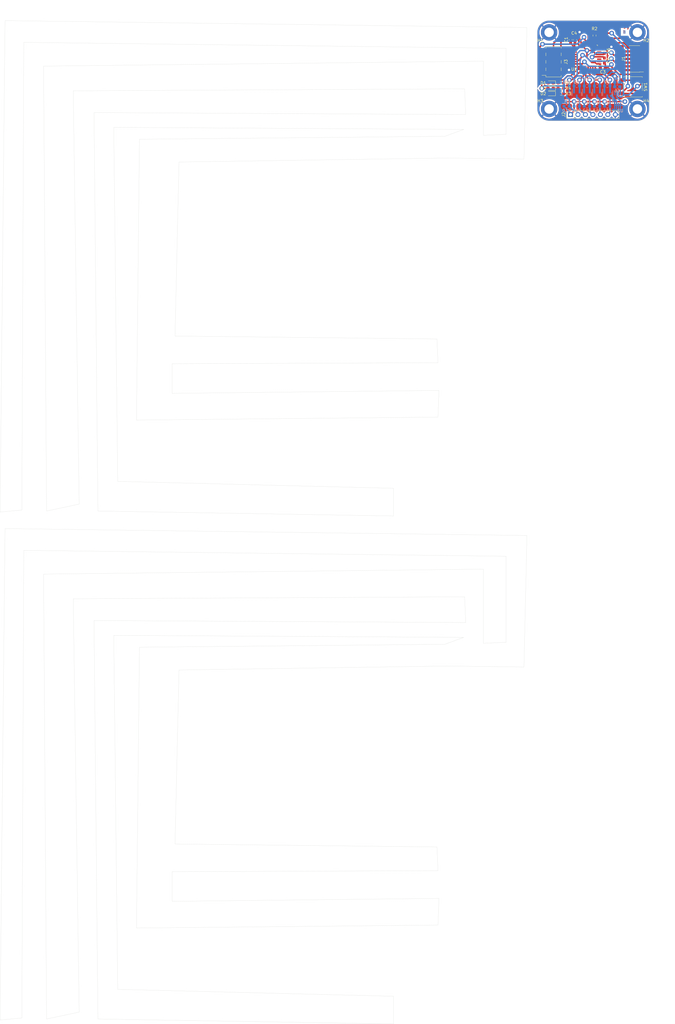
<source format=kicad_pcb>
(kicad_pcb (version 20221018) (generator pcbnew)
  (layers (0 "F.Cu" signal) (31 "B.Cu" signal) (34 "B.Paste" user) (35 "F.Paste" user) (36 "B.SilkS" user "B.Silkscreen") (37 "F.SilkS" user "F.Silkscreen") (38 "B.Mask" user) (39 "F.Mask" user) (44 "Edge.Cuts" user))
  (net 0 "")
  (net 1 "+5V-v2-")
  (net 2 "GND-v2-")
  (net 3 "+3.3V-v2-")
  (net 4 "Net-(D1-K)-v2-")
  (net 6 "Net-(D3-K)-v2-")
  (net 7 "Status_LED-v2-")
  (net 8 "Data_Clock_SNES-v2-")
  (net 9 "Data_Latch_SNES-v2-")
  (net 10 "Net-(D2-K)-v2-")
  (net 11 "Serial_Data1_SNES-v2-")
  (net 12 "Serial_Data2_SNES-v2-")
  (net 13 "SPI_Chip_Select-v2-")
  (net 14 "Chip_Enable-v2-")
  (net 15 "SPI_Digital_Input-v2-")
  (net 16 "SPI_Clock-v2-")
  (net 17 "SPI_Digital_Output-v2-")
  (net 18 "IOBit_SNES-v2-")
  (net 19 "Data_Clock_STM32-v2-")
  (net 20 "Data_Latch_STM32-v2-")
  (net 21 "Appairing_Btn-v2-")
  (net 22 "Net-(U2-BP)-v2-")
  (net 23 "SWDIO-v2-")
  (net 24 "SWDCK-v2-")
  (net 27 "NRST-v2-")
  (net 28 "USART2_RX-v2-")
  (net 29 "USART2_TX-v2-")
  (net 30 "Serial_Data1_STM32-v2-")
  (net 31 "IOBit_STM32-v2-")
  (net 32 "Serial_Data2_STM32-v2-")
  (footprint "Resistor_SMD:R_0603_1608Metric_Pad0.98x0.95mm_HandSolder" (layer "F.Cu") (at 191.76875 24.25)
    (fp_text reference "R4")
    (fp_text value "1k")
  )
  (footprint "Capacitor_SMD:C_0603_1608Metric_Pad1.08x0.95mm_HandSolder" (layer "F.Cu") (at 206.51 11.5 90)
    (fp_text reference "C5")
    (fp_text value "100n")
  )
  (footprint "Connector_PinSocket_2.54mm:PinSocket_2x04_P2.54mm_Vertical_SMD" (layer "F.Cu") (at 189.25 15.25 180)
    (fp_text reference "J3")
    (fp_text value "Conn_01x08_Socket")
  )
  (footprint "Diode_SMD:D_0603_1608Metric_Pad1.05x0.95mm_HandSolder" (layer "F.Cu") (at 188.26875 24.25 180)
    (fp_text reference "D3")
    (fp_text value "LED")
  )
  (footprint "Resistor_SMD:R_0603_1608Metric_Pad0.98x0.95mm_HandSolder" (layer "F.Cu") (at 203.17 6.32 90)
    (fp_text reference "R2")
    (fp_text value "10k")
  )
  (footprint "MountingHole:MountingHole_3.2mm_M3_DIN965_Pad" (layer "F.Cu") (at 217.75 31.25)
    (fp_text reference "H4")
    (fp_text value "MountingHole_Pad")
  )
  (footprint "Capacitor_SMD:C_0603_1608Metric_Pad1.08x0.95mm_HandSolder" (layer "F.Cu") (at 206.51 14.8025 90)
    (fp_text reference "C2")
    (fp_text value "100n")
  )
  (footprint "Capacitor_SMD:C_0603_1608Metric_Pad1.08x0.95mm_HandSolder" (layer "F.Cu") (at 196.55 7.75 90)
    (fp_text reference "C4")
    (fp_text value "100n")
  )
  (footprint "MountingHole:MountingHole_3.2mm_M3_DIN965_Pad" (layer "F.Cu") (at 187.75 31.25)
    (fp_text reference "H3")
    (fp_text value "MountingHole_Pad")
  )
  (footprint "Diode_SMD:D_0603_1608Metric_Pad1.05x0.95mm_HandSolder" (layer "F.Cu") (at 188.26875 22.45 180)
    (fp_text reference "D1")
    (fp_text value "LED_Small")
  )
  (footprint "Capacitor_SMD:C_0603_1608Metric_Pad1.08x0.95mm_HandSolder" (layer "F.Cu") (at 195.05 7.75 90)
    (fp_text reference "C1")
    (fp_text value "10u")
  )
  (footprint "Resistor_SMD:R_0603_1608Metric_Pad0.98x0.95mm_HandSolder" (layer "F.Cu") (at 191.76875 26.05)
    (fp_text reference "R3")
    (fp_text value "1k")
  )
  (footprint "Button_Switch_SMD:SW_SPST_B3S-1000" (layer "F.Cu") (at 216.25 23.75 180)
    (fp_text reference "SW1")
    (fp_text value "SW_SPST")
  )
  (footprint "MountingHole:MountingHole_3.2mm_M3_DIN965_Pad" (layer "F.Cu") (at 217.75 5.25)
    (fp_text reference "H2")
    (fp_text value "MountingHole_Pad")
  )
  (footprint "Connector_PinHeader_2.54mm:PinHeader_1x07_P2.54mm_Vertical" (layer "F.Cu") (at 195 33.15 90)
    (fp_text reference "J2")
    (fp_text value "Conn_01x07_Socket")
  )
  (footprint "Package_QFP:LQFP-32_7x7mm_P0.8mm" (layer "F.Cu") (at 200.6 13.15 180)
    (fp_text reference "U1")
    (fp_text value "STM32L412KBTx")
  )
  (footprint "Resistor_SMD:R_0603_1608Metric_Pad0.98x0.95mm_HandSolder" (layer "F.Cu") (at 191.76875 22.45)
    (fp_text reference "R1")
    (fp_text value "1k")
  )
  (footprint "Connector_PinHeader_1.27mm:PinHeader_2x07_P1.27mm_Vertical_SMD" (layer "F.Cu") (at 216.75 14.25 180)
    (fp_text reference "J1")
    (fp_text value "Conn_02x07_Odd_Even")
  )
  (footprint "Capacitor_SMD:C_0603_1608Metric_Pad1.08x0.95mm_HandSolder" (layer "F.Cu") (at 206.0025 17.19)
    (fp_text reference "C3")
    (fp_text value "100n")
  )
  (footprint "Diode_SMD:D_0603_1608Metric_Pad1.05x0.95mm_HandSolder" (layer "F.Cu") (at 188.26875 26.05 180)
    (fp_text reference "D2")
    (fp_text value "LED_Small")
  )
  (footprint "MountingHole:MountingHole_3.2mm_M3_DIN965_Pad" (layer "F.Cu") (at 187.75 5.25)
    (fp_text reference "H1")
    (fp_text value "MountingHole_Pad")
  )
  (footprint "Resistor_SMD:R_0603_1608Metric_Pad0.98x0.95mm_HandSolder" (layer "B.Cu") (at 207.5 30.35)
    (fp_text reference "R14")
    (fp_text value "10k")
  )
  (footprint "Resistor_SMD:R_0603_1608Metric_Pad0.98x0.95mm_HandSolder" (layer "B.Cu") (at 204.05 30.35)
    (fp_text reference "R13")
    (fp_text value "10k")
  )
  (footprint "Resistor_SMD:R_0603_1608Metric_Pad0.98x0.95mm_HandSolder" (layer "B.Cu") (at 197.15 30.35)
    (fp_text reference "R11")
    (fp_text value "10k")
  )
  (footprint "Resistor_SMD:R_0603_1608Metric_Pad0.98x0.95mm_HandSolder" (layer "B.Cu") (at 197.15 23.45)
    (fp_text reference "R6")
    (fp_text value "10k")
  )
  (footprint "Capacitor_SMD:C_0603_1608Metric_Pad1.08x0.95mm_HandSolder" (layer "B.Cu") (at 210.9 22.2 180)
    (fp_text reference "C7")
    (fp_text value "2.2u")
  )
  (footprint "Package_TO_SOT_SMD:SOT-23" (layer "B.Cu") (at 193.7 26.15 -90)
    (fp_text reference "Q1")
    (fp_text value "2N7002")
  )
  (footprint "Package_TO_SOT_SMD:SOT-23" (layer "B.Cu") (at 204.05 26.15 -90)
    (fp_text reference "Q4")
    (fp_text value "2N7002")
  )
  (footprint "Resistor_SMD:R_0603_1608Metric_Pad0.98x0.95mm_HandSolder" (layer "B.Cu") (at 207.5 23.45)
    (fp_text reference "R9")
    (fp_text value "10k")
  )
  (footprint "Package_TO_SOT_SMD:SOT-23" (layer "B.Cu") (at 197.15 26.15 -90)
    (fp_text reference "Q2")
    (fp_text value "2N7002")
  )
  (footprint "Package_TO_SOT_SMD:SOT-23" (layer "B.Cu") (at 207.5 26.15 -90)
    (fp_text reference "Q5")
    (fp_text value "2N7002")
  )
  (footprint "Package_SO:MSOP-8_3x3mm_P0.65mm" (layer "B.Cu") (at 211.0125 27.9 -90)
    (fp_text reference "U2")
    (fp_text value "MIC5219-3.3YMM")
  )
  (footprint "Resistor_SMD:R_0603_1608Metric_Pad0.98x0.95mm_HandSolder" (layer "B.Cu") (at 193.7 23.45)
    (fp_text reference "R5")
    (fp_text value "10k")
  )
  (footprint "Resistor_SMD:R_0603_1608Metric_Pad0.98x0.95mm_HandSolder" (layer "B.Cu") (at 204.05 23.45)
    (fp_text reference "R8")
    (fp_text value "10k")
  )
  (footprint "Resistor_SMD:R_0603_1608Metric_Pad0.98x0.95mm_HandSolder" (layer "B.Cu") (at 200.6 23.45)
    (fp_text reference "R7")
    (fp_text value "10k")
  )
  (footprint "Resistor_SMD:R_0603_1608Metric_Pad0.98x0.95mm_HandSolder" (layer "B.Cu") (at 200.6 30.35)
    (fp_text reference "R12")
    (fp_text value "10k")
  )
  (footprint "Capacitor_SMD:C_0603_1608Metric_Pad1.08x0.95mm_HandSolder" (layer "B.Cu") (at 210.9 23.7 180)
    (fp_text reference "C6")
    (fp_text value "470p")
  )
  (footprint "Resistor_SMD:R_0603_1608Metric_Pad0.98x0.95mm_HandSolder" (layer "B.Cu") (at 193.7 30.35)
    (fp_text reference "R10")
    (fp_text value "10k")
  )
  (footprint "Package_TO_SOT_SMD:SOT-23" (layer "B.Cu") (at 200.6 26.15 -90)
    (fp_text reference "Q3")
    (fp_text value "2N7002")
  )
  (gr_line (start 16.029937 16.69989) (end 17.039937 167.78989) (stroke (width 0.05)) (layer "Edge.Cuts"))
  (gr_line (start 153.019937 47.91989) (end 179.209937 48.25989) (stroke (width 0.05)) (layer "Edge.Cuts"))
  (gr_line (start 165.439937 15.01989) (end 16.029937 16.69989) (stroke (width 0.05)) (layer "Edge.Cuts"))
  (gr_line (start 158.729937 210.68989) (end 152.349937 213.03989) (stroke (width 0.05)) (layer "Edge.Cuts"))
  (gr_line (start 17.039937 167.78989) (end 28.119937 165.43989) (stroke (width 0.05)) (layer "Edge.Cuts"))
  (gr_line (start 159.399937 205.64989) (end 33.149937 204.97989) (stroke (width 0.05)) (layer "Edge.Cuts"))
  (gr_line (start 8.639937 167.44989) (end 9.309937 8.63989) (stroke (width 0.05)) (layer "Edge.Cuts"))
  (gr_line (start 33.149937 32.47989) (end 34.489937 167.78989) (stroke (width 0.05)) (layer "Edge.Cuts"))
  (gr_line (start 39.869937 37.50989) (end 158.729937 38.18989) (stroke (width 0.05)) (layer "Edge.Cuts"))
  (gr_line (start 221.75 5.25) (end 221.75 31.25) (stroke (width 0.1)) (layer "Edge.Cuts"))
  (gr_line (start 152.349937 40.53989) (end 48.599937 41.53989) (stroke (width 0.05)) (layer "Edge.Cuts"))
  (gr_line (start 60.679937 108.35989) (end 62.029937 49.26989) (stroke (width 0.05)) (layer "Edge.Cuts"))
  (gr_line (start 153.019937 220.41989) (end 179.209937 220.75989) (stroke (width 0.05)) (layer "Edge.Cuts"))
  (gr_line (start 41.209937 157.71989) (end 39.869937 37.50989) (stroke (width 0.05)) (layer "Edge.Cuts"))
  (gr_line (start 134.889937 332.56989) (end 41.209937 330.21989) (stroke (width 0.05)) (layer "Edge.Cuts"))
  (gr_line (start 134.889937 169.46989) (end 134.889937 160.06989) (stroke (width 0.05)) (layer "Edge.Cuts"))
  (gr_line (start 62.029937 221.76989) (end 153.019937 220.41989) (stroke (width 0.05)) (layer "Edge.Cuts"))
  (gr_line (start 16.029937 189.19989) (end 17.039937 340.28989) (stroke (width 0.05)) (layer "Edge.Cuts"))
  (gr_line (start 149.999937 117.42989) (end 149.659937 109.36989) (stroke (width 0.05)) (layer "Edge.Cuts"))
  (gr_line (start 2.929937 173.74989) (end 1.249937 340.62989) (stroke (width 0.05)) (layer "Edge.Cuts"))
  (gr_line (start 17.039937 340.28989) (end 28.119937 337.93989) (stroke (width 0.05)) (layer "Edge.Cuts"))
  (gr_line (start 59.679937 127.82989) (end 59.679937 117.75989) (stroke (width 0.05)) (layer "Edge.Cuts"))
  (gr_line (start 47.589937 309.39989) (end 149.999937 308.38989) (stroke (width 0.05)) (layer "Edge.Cuts"))
  (gr_line (start 59.679937 290.25989) (end 149.999937 289.92989) (stroke (width 0.05)) (layer "Edge.Cuts"))
  (gr_line (start 159.399937 33.14989) (end 33.149937 32.47989) (stroke (width 0.05)) (layer "Edge.Cuts"))
  (gr_line (start 173.159937 39.85989) (end 165.439937 40.19989) (stroke (width 0.05)) (layer "Edge.Cuts"))
  (gr_line (start 149.999937 308.38989) (end 150.329937 299.32989) (stroke (width 0.05)) (layer "Edge.Cuts"))
  (gr_line (start 173.159937 183.14989) (end 173.159937 212.35989) (stroke (width 0.05)) (layer "Edge.Cuts"))
  (gr_line (start 47.589937 136.89989) (end 149.999937 135.88989) (stroke (width 0.05)) (layer "Edge.Cuts"))
  (gr_arc (start 221.75 31.25) (mid 220.578427 34.078427) (end 217.75 35.25) (stroke (width 0.1)) (layer "Edge.Cuts"))
  (gr_line (start 165.439937 212.69989) (end 165.439937 187.51989) (stroke (width 0.05)) (layer "Edge.Cuts"))
  (gr_line (start 165.439937 40.19989) (end 165.439937 15.01989) (stroke (width 0.05)) (layer "Edge.Cuts"))
  (gr_line (start 217.75 35.25) (end 187.75 35.25) (stroke (width 0.1)) (layer "Edge.Cuts"))
  (gr_line (start 28.119937 337.93989) (end 26.099937 197.58989) (stroke (width 0.05)) (layer "Edge.Cuts"))
  (gr_line (start 159.059937 196.91989) (end 159.399937 205.64989) (stroke (width 0.05)) (layer "Edge.Cuts"))
  (gr_line (start 179.209937 220.75989) (end 180.219937 176.09989) (stroke (width 0.05)) (layer "Edge.Cuts"))
  (gr_line (start 41.209937 330.21989) (end 39.869937 210.00989) (stroke (width 0.05)) (layer "Edge.Cuts"))
  (gr_line (start 134.889937 160.06989) (end 41.209937 157.71989) (stroke (width 0.05)) (layer "Edge.Cuts"))
  (gr_arc (start 217.75 1.25) (mid 220.578427 2.421573) (end 221.75 5.25) (stroke (width 0.1)) (layer "Edge.Cuts"))
  (gr_line (start 150.329937 126.82989) (end 59.679937 127.82989) (stroke (width 0.05)) (layer "Edge.Cuts"))
  (gr_line (start 2.929937 1.24989) (end 1.249937 168.12989) (stroke (width 0.05)) (layer "Edge.Cuts"))
  (gr_line (start 1.249937 340.62989) (end 8.639937 339.94989) (stroke (width 0.05)) (layer "Edge.Cuts"))
  (gr_line (start 159.059937 24.41989) (end 159.399937 33.14989) (stroke (width 0.05)) (layer "Edge.Cuts"))
  (gr_line (start 187.75 1.25) (end 217.75 1.25) (stroke (width 0.1)) (layer "Edge.Cuts"))
  (gr_arc (start 187.75 35.25) (mid 184.921573 34.078427) (end 183.75 31.25) (stroke (width 0.1)) (layer "Edge.Cuts"))
  (gr_line (start 9.309937 181.13989) (end 173.159937 183.14989) (stroke (width 0.05)) (layer "Edge.Cuts"))
  (gr_line (start 158.729937 38.18989) (end 152.349937 40.53989) (stroke (width 0.05)) (layer "Edge.Cuts"))
  (gr_line (start 165.439937 187.51989) (end 16.029937 189.19989) (stroke (width 0.05)) (layer "Edge.Cuts"))
  (gr_line (start 34.489937 167.78989) (end 134.889937 169.46989) (stroke (width 0.05)) (layer "Edge.Cuts"))
  (gr_line (start 60.679937 280.85989) (end 62.029937 221.76989) (stroke (width 0.05)) (layer "Edge.Cuts"))
  (gr_line (start 179.209937 48.25989) (end 180.219937 3.59989) (stroke (width 0.05)) (layer "Edge.Cuts"))
  (gr_line (start 62.029937 49.26989) (end 153.019937 47.91989) (stroke (width 0.05)) (layer "Edge.Cuts"))
  (gr_line (start 180.219937 3.59989) (end 2.929937 1.24989) (stroke (width 0.05)) (layer "Edge.Cuts"))
  (gr_line (start 152.349937 213.03989) (end 48.599937 214.03989) (stroke (width 0.05)) (layer "Edge.Cuts"))
  (gr_line (start 134.889937 341.96989) (end 134.889937 332.56989) (stroke (width 0.05)) (layer "Edge.Cuts"))
  (gr_line (start 173.159937 212.35989) (end 165.439937 212.69989) (stroke (width 0.05)) (layer "Edge.Cuts"))
  (gr_line (start 149.659937 109.36989) (end 60.679937 108.35989) (stroke (width 0.05)) (layer "Edge.Cuts"))
  (gr_line (start 26.099937 197.58989) (end 159.059937 196.91989) (stroke (width 0.05)) (layer "Edge.Cuts"))
  (gr_line (start 33.149937 204.97989) (end 34.489937 340.28989) (stroke (width 0.05)) (layer "Edge.Cuts"))
  (gr_line (start 9.309937 8.63989) (end 173.159937 10.64989) (stroke (width 0.05)) (layer "Edge.Cuts"))
  (gr_line (start 39.869937 210.00989) (end 158.729937 210.68989) (stroke (width 0.05)) (layer "Edge.Cuts"))
  (gr_line (start 8.639937 339.94989) (end 9.309937 181.13989) (stroke (width 0.05)) (layer "Edge.Cuts"))
  (gr_line (start 149.999937 135.88989) (end 150.329937 126.82989) (stroke (width 0.05)) (layer "Edge.Cuts"))
  (gr_line (start 149.659937 281.86989) (end 60.679937 280.85989) (stroke (width 0.05)) (layer "Edge.Cuts"))
  (gr_line (start 48.599937 214.03989) (end 47.589937 309.39989) (stroke (width 0.05)) (layer "Edge.Cuts"))
  (gr_line (start 34.489937 340.28989) (end 134.889937 341.96989) (stroke (width 0.05)) (layer "Edge.Cuts"))
  (gr_line (start 28.119937 165.43989) (end 26.099937 25.08989) (stroke (width 0.05)) (layer "Edge.Cuts"))
  (gr_line (start 1.249937 168.12989) (end 8.639937 167.44989) (stroke (width 0.05)) (layer "Edge.Cuts"))
  (gr_line (start 48.599937 41.53989) (end 47.589937 136.89989) (stroke (width 0.05)) (layer "Edge.Cuts"))
  (gr_line (start 59.679937 117.75989) (end 149.999937 117.42989) (stroke (width 0.05)) (layer "Edge.Cuts"))
  (gr_line (start 59.679937 300.32989) (end 59.679937 290.25989) (stroke (width 0.05)) (layer "Edge.Cuts"))
  (gr_line (start 149.999937 289.92989) (end 149.659937 281.86989) (stroke (width 0.05)) (layer "Edge.Cuts"))
  (gr_arc (start 183.75 5.25) (mid 184.921573 2.421573) (end 187.75 1.25) (stroke (width 0.1)) (layer "Edge.Cuts"))
  (gr_line (start 26.099937 25.08989) (end 159.059937 24.41989) (stroke (width 0.05)) (layer "Edge.Cuts"))
  (gr_line (start 180.219937 176.09989) (end 2.929937 173.74989) (stroke (width 0.05)) (layer "Edge.Cuts"))
  (gr_line (start 183.75 31.25) (end 183.75 5.25) (stroke (width 0.1)) (layer "Edge.Cuts"))
  (gr_line (start 150.329937 299.32989) (end 59.679937 300.32989) (stroke (width 0.05)) (layer "Edge.Cuts"))
  (gr_line (start 173.159937 10.64989) (end 173.159937 39.85989) (stroke (width 0.05)) (layer "Edge.Cuts"))
  (gr_text "T" (at 212.75 5.75) (layer "F.Cu") (effects (font (size 1 1)) (justify left bottom)))
  (gr_text "SNES Plug" (at 205.75 3.75) (layer "F.Cu") (effects (font (size 1 1)) (justify left bottom)))
  (gr_text "B" (at 212.75 5.75) (layer "B.Cu") (effects (font (size 1 1)) (justify left bottom)))
  (segment (start 196.2375 31.9125) (end 195 33.15) (width 0.5) (layer "F.Cu") (net 1))
  (segment (start 206.5875 28.75) (end 213.5 28.75) (width 0.5) (layer "F.Cu") (net 1))
  (segment (start 187.39375 26.084561) (end 188.809189 27.5) (width 0.5) (layer "F.Cu") (net 1))
  (segment (start 203.1375 28.75) (end 199.6875 28.75) (width 0.5) (layer "F.Cu") (net 1))
  (segment (start 187.39375 26.05) (end 187.39375 26.084561) (width 0.5) (layer "F.Cu") (net 1))
  (segment (start 196.2375 28.75) (end 196.2375 31.9125) (width 0.5) (layer "F.Cu") (net 1))
  (segment (start 196.2375 28.75) (end 199.6875 28.75) (width 0.3) (layer "F.Cu") (net 1))
  (segment (start 191.5 28.75) (end 196.2375 28.75) (width 0.5) (layer "F.Cu") (net 1))
  (segment (start 203.1375 28.75) (end 206.5875 28.75) (width 0.5) (layer "F.Cu") (net 1))
  (segment (start 188.809189 27.5) (end 190.25 27.5) (width 0.5) (layer "F.Cu") (net 1))
  (segment (start 190.25 27.5) (end 191.5 28.75) (width 0.5) (layer "F.Cu") (net 1))
  (via (at 213.5 28.75) (size 1.6) (drill 0.8) (layers "F.Cu" "B.Cu") (net 1))
  (via (at 203.1375 28.75) (size 1.6) (drill 0.8) (layers "F.Cu" "B.Cu") (net 1))
  (via (at 196.2375 28.75) (size 1.6) (drill 0.8) (layers "F.Cu" "B.Cu") (net 1))
  (via (at 206.5875 28.75) (size 1.6) (drill 0.8) (layers "F.Cu" "B.Cu") (net 1))
  (via (at 199.6875 28.75) (size 1.6) (drill 0.8) (layers "F.Cu" "B.Cu") (net 1))
  (segment (start 210.6875 25.7875) (end 210.6875 27.230761) (width 0.3) (layer "B.Cu") (net 1))
  (segment (start 203.1375 28.75) (end 203.1375 30.35) (width 0.5) (layer "B.Cu") (net 1))
  (segment (start 213.4 28.65) (end 212.106739 28.65) (width 0.5) (layer "B.Cu") (net 1))
  (segment (start 196.2375 30.35) (end 196.2375 28.75) (width 0.5) (layer "B.Cu") (net 1))
  (segment (start 195 32.5625) (end 192.7875 30.35) (width 0.5) (layer "B.Cu") (net 1))
  (segment (start 195 33.15) (end 195 32.5625) (width 0.5) (layer "B.Cu") (net 1))
  (segment (start 212.106739 28.65) (end 210.6875 27.230761) (width 0.5) (layer "B.Cu") (net 1))
  (segment (start 213.5 28.75) (end 213.4 28.65) (width 0.5) (layer "B.Cu") (net 1))
  (segment (start 199.6875 28.75) (end 199.6875 30.35) (width 0.5) (layer "B.Cu") (net 1))
  (segment (start 206.5875 28.75) (end 206.5875 30.35) (width 0.5) (layer "B.Cu") (net 1))
  (segment (start 198.1 5.15) (end 197.8 5.45) (width 0.5) (layer "F.Cu") (net 2))
  (segment (start 205.84 18.215) (end 206.865 17.19) (width 0.5) (layer "F.Cu") (net 2))
  (segment (start 206.51 15.591193) (end 207.535 14.566193) (width 0.5) (layer "F.Cu") (net 2))
  (segment (start 194.5 18) (end 193.44 19.06) (width 0.5) (layer "F.Cu") (net 2))
  (segment (start 207.535 11.6625) (end 206.51 10.6375) (width 0.5) (layer "F.Cu") (net 2))
  (segment (start 197.8 5.45) (end 197.8 8.975) (width 0.5) (layer "F.Cu") (net 2))
  (segment (start 203.4 17.325) (end 204.29 18.215) (width 0.5) (layer "F.Cu") (net 2))
  (segment (start 193.44 19.06) (end 191.77 19.06) (width 0.5) (layer "F.Cu") (net 2))
  (segment (start 206.51 15.665) (end 206.51 15.591193) (width 0.5) (layer "F.Cu") (net 2))
  (segment (start 206.865 17.19) (end 206.865 16.02) (width 0.5) (layer "F.Cu") (net 2))
  (segment (start 208.899189 10.15) (end 208.411689 10.6375) (width 0.5) (layer "F.Cu") (net 2))
  (segment (start 206.865 16.02) (end 206.51 15.665) (width 0.5) (layer "F.Cu") (net 2))
  (segment (start 195.05 6.8875) (end 196.55 6.8875) (width 0.5) (layer "F.Cu") (net 2))
  (segment (start 196.55 6.8875) (end 196.55 6.7) (width 0.5) (layer "F.Cu") (net 2))
  (segment (start 207.535 14.566193) (end 207.535 11.6625) (width 0.5) (layer "F.Cu") (net 2))
  (segment (start 208.411689 10.6375) (end 206.51 10.6375) (width 0.5) (layer "F.Cu") (net 2))
  (segment (start 196.55 6.7) (end 198.1 5.15) (width 0.5) (layer "F.Cu") (net 2))
  (segment (start 204.29 18.215) (end 205.84 18.215) (width 0.5) (layer "F.Cu") (net 2))
  (via (at 210.0375 20.15) (size 1.6) (drill 0.8) (layers "F.Cu" "B.Cu") (net 2))
  (via (at 198.1 5.15) (size 1.6) (drill 0.8) (layers "F.Cu" "B.Cu") (net 2))
  (via (at 194.5 18) (size 1.6) (drill 0.8) (layers "F.Cu" "B.Cu") (net 2))
  (via (at 208.899189 10.15) (size 1.6) (drill 0.8) (layers "F.Cu" "B.Cu") (net 2))
  (segment (start 210.0375 20.1875) (end 210 20.15) (width 0.5) (layer "B.Cu") (net 2))
  (segment (start 201.15 5.15) (end 198.1 5.15) (width 0.5) (layer "B.Cu") (net 2))
  (segment (start 208.899189 10.15) (end 206.15 10.15) (width 0.5) (layer "B.Cu") (net 2))
  (segment (start 210.0375 22.2) (end 210.0375 23.7) (width 0.5) (layer "B.Cu") (net 2))
  (segment (start 206.15 10.15) (end 201.15 5.15) (width 0.5) (layer "B.Cu") (net 2))
  (segment (start 210.0375 22.2) (end 210.0375 20.15) (width 0.5) (layer "B.Cu") (net 2))
  (segment (start 202.4 11.4) (end 200.6 11.4) (width 0.5) (layer "F.Cu") (net 3))
  (segment (start 196.425 10.35) (end 196.425 8.7375) (width 0.5) (layer "F.Cu") (net 3))
  (segment (start 195.05 8.6125) (end 195.05 8.975) (width 0.5) (layer "F.Cu") (net 3))
  (segment (start 218.225 23.5) (end 220.225 21.5) (width 0.5) (layer "F.Cu") (net 3))
  (segment (start 217.75 23.5) (end 218.225 23.5) (width 0.5) (layer "F.Cu") (net 3))
  (segment (start 220.225 21.5) (end 220.75 20.975) (width 0.5) (layer "F.Cu") (net 3))
  (segment (start 206.51 12.3625) (end 206.1225 12.75) (width 0.5) (layer "F.Cu") (net 3))
  (segment (start 202.290811 15.5) (end 200.6 13.809189) (width 0.5) (layer "F.Cu") (net 3))
  (segment (start 205.14 17.19) (end 205.14 16.315) (width 0.5) (layer "F.Cu") (net 3))
  (segment (start 205.14 16.315) (end 204.775 15.95) (width 0.5) (layer "F.Cu") (net 3))
  (segment (start 204.775 15.95) (end 203.870406 15.95) (width 0.5) (layer "F.Cu") (net 3))
  (segment (start 187.39375 24.25) (end 185.25 24.25) (width 0.5) (layer "F.Cu") (net 3))
  (segment (start 218.7 16.79) (end 220.4 16.79) (width 0.5) (layer "F.Cu") (net 3))
  (segment (start 204.775 12.75) (end 203.75 12.75) (width 0.5) (layer "F.Cu") (net 3))
  (segment (start 212.275 21.5) (end 220.225 21.5) (width 0.5) (layer "F.Cu") (net 3))
  (segment (start 203.75 12.75) (end 202.4 11.4) (width 0.5) (layer "F.Cu") (net 3))
  (segment (start 200.6 11.4) (end 199.55 10.35) (width 0.5) (layer "F.Cu") (net 3))
  (segment (start 220.4 16.79) (end 220.75 17.14) (width 0.5) (layer "F.Cu") (net 3))
  (segment (start 220.75 20.975) (end 220.75 17.14) (width 0.5) (layer "F.Cu") (net 3))
  (segment (start 203.870406 15.95) (end 203.420406 15.5) (width 0.5) (layer "F.Cu") (net 3))
  (segment (start 206.1225 12.75) (end 204.775 12.75) (width 0.5) (layer "F.Cu") (net 3))
  (segment (start 200.6 13.809189) (end 200.6 11.4) (width 0.5) (layer "F.Cu") (net 3))
  (segment (start 196.425 8.7375) (end 196.55 8.6125) (width 0.5) (layer "F.Cu") (net 3))
  (segment (start 195.05 8.975) (end 196.425 10.35) (width 0.5) (layer "F.Cu") (net 3))
  (segment (start 199.55 10.35) (end 196.425 10.35) (width 0.5) (layer "F.Cu") (net 3))
  (segment (start 203.420406 15.5) (end 202.290811 15.5) (width 0.5) (layer "F.Cu") (net 3))
  (segment (start 185.25 24.25) (end 185.25 20.54) (width 0.5) (layer "F.Cu") (net 3))
  (segment (start 185.25 20.54) (end 186.73 19.06) (width 0.5) (layer "F.Cu") (net 3))
  (via (at 200.6 11.4) (size 1.6) (drill 0.8) (layers "F.Cu" "B.Cu") (net 3))
  (via (at 185.25 24.25) (size 1.6) (drill 0.8) (layers "F.Cu" "B.Cu") (net 3))
  (via (at 217.75 23.5) (size 1.6) (drill 0.8) (layers "F.Cu" "B.Cu") (net 3))
  (segment (start 204.203311 20.05) (end 203.1375 21.115811) (width 0.5) (layer "B.Cu") (net 3))
  (segment (start 213 26.506739) (end 212.356739 27.15) (width 0.5) (layer "B.Cu") (net 3))
  (segment (start 199.65 23.4875) (end 199.6875 23.45) (width 0.5) (layer "B.Cu") (net 3))
  (segment (start 210.596689 18.8) (end 208.903311 18.8) (width 0.5) (layer "B.Cu") (net 3))
  (segment (start 206.5875 21.115811) (end 205.521689 20.05) (width 0.5) (layer "B.Cu") (net 3))
  (segment (start 192.7875 23.45) (end 192.7875 21.315811) (width 0.5) (layer "B.Cu") (net 3))
  (segment (start 195.171689 20.05) (end 196.2375 21.115811) (width 0.5) (layer "B.Cu") (net 3))
  (segment (start 199.6875 21.115811) (end 200.753311 20.05) (width 0.5) (layer "B.Cu") (net 3))
  (segment (start 196.2 25.2125) (end 196.2 23.4875) (width 0.5) (layer "B.Cu") (net 3))
  (segment (start 205.521689 20.05) (end 204.203311 20.05) (width 0.5) (layer "B.Cu") (net 3))
  (segment (start 196.2 23.4875) (end 196.2375 23.45) (width 0.5) (layer "B.Cu") (net 3))
  (segment (start 194.053311 20.05) (end 195.171689 20.05) (width 0.5) (layer "B.Cu") (net 3))
  (segment (start 186.05 23.45) (end 192.7875 23.45) (width 0.5) (layer "B.Cu") (net 3))
  (segment (start 214.743261 26.506739) (end 213 26.506739) (width 0.5) (layer "B.Cu") (net 3))
  (segment (start 211.7625 22.2) (end 211.7625 19.965811) (width 0.5) (layer "B.Cu") (net 3))
  (segment (start 208.903311 18.8) (end 206.5875 21.115811) (width 0.5) (layer "B.Cu") (net 3))
  (segment (start 198.621689 20.05) (end 197.303311 20.05) (width 0.5) (layer "B.Cu") (net 3))
  (segment (start 211.3375 25.7875) (end 211.3375 26.727817) (width 0.3) (layer "B.Cu") (net 3))
  (segment (start 200.753311 20.05) (end 202.071689 20.05) (width 0.5) (layer "B.Cu") (net 3))
  (segment (start 203.1 23.4875) (end 203.1375 23.45) (width 0.5) (layer "B.Cu") (net 3))
  (segment (start 192.7875 21.315811) (end 194.053311 20.05) (width 0.5) (layer "B.Cu") (net 3))
  (segment (start 192.75 25.2125) (end 192.75 23.4875) (width 0.5) (layer "B.Cu") (net 3))
  (segment (start 211.3375 26.727817) (end 211.759683 27.15) (width 0.3) (layer "B.Cu") (net 3))
  (segment (start 199.6875 23.45) (end 199.6875 21.115811) (width 0.5) (layer "B.Cu") (net 3))
  (segment (start 213 22.75) (end 212.45 22.2) (width 0.5) (layer "B.Cu") (net 3))
  (segment (start 212.356739 27.15) (end 211.759683 27.15) (width 0.5) (layer "B.Cu") (net 3))
  (segment (start 200.6 11.4) (end 198.35 11.4) (width 0.5) (layer "B.Cu") (net 3))
  (segment (start 206.5875 23.45) (end 206.5875 21.115811) (width 0.5) (layer "B.Cu") (net 3))
  (segment (start 198.35 11.4) (end 197.303311 12.446689) (width 0.5) (layer "B.Cu") (net 3))
  (segment (start 214.743261 26.506739) (end 217.75 23.5) (width 0.5) (layer "B.Cu") (net 3))
  (segment (start 212.45 22.2) (end 211.7625 22.2) (width 0.5) (layer "B.Cu") (net 3))
  (segment (start 203.1375 21.115811) (end 203.1375 23.45) (width 0.5) (layer "B.Cu") (net 3))
  (segment (start 213 26.506739) (end 213 22.75) (width 0.5) (layer "B.Cu") (net 3))
  (segment (start 203.1 25.2125) (end 203.1 23.4875) (width 0.5) (layer "B.Cu") (net 3))
  (segment (start 206.55 25.2125) (end 206.55 23.4875) (width 0.5) (layer "B.Cu") (net 3))
  (segment (start 185.25 24.25) (end 186.05 23.45) (width 0.5) (layer "B.Cu") (net 3))
  (segment (start 197.303311 12.446689) (end 197.303311 20.05) (width 0.5) (layer "B.Cu") (net 3))
  (segment (start 206.55 23.4875) (end 206.5875 23.45) (width 0.5) (layer "B.Cu") (net 3))
  (segment (start 197.303311 20.05) (end 196.2375 21.115811) (width 0.5) (layer "B.Cu") (net 3))
  (segment (start 196.2375 21.115811) (end 196.2375 23.45) (width 0.5) (layer "B.Cu") (net 3))
  (segment (start 202.071689 20.05) (end 203.1375 21.115811) (width 0.5) (layer "B.Cu") (net 3))
  (segment (start 199.65 25.2125) (end 199.65 23.4875) (width 0.5) (layer "B.Cu") (net 3))
  (segment (start 199.6875 21.115811) (end 198.621689 20.05) (width 0.5) (layer "B.Cu") (net 3))
  (segment (start 192.75 23.4875) (end 192.7875 23.45) (width 0.5) (layer "B.Cu") (net 3))
  (segment (start 211.7625 19.965811) (end 210.596689 18.8) (width 0.5) (layer "B.Cu") (net 3))
  (segment (start 190.85625 22.45) (end 189.14375 22.45) (width 0.5) (layer "F.Cu") (net 4))
  (segment (start 190.85625 24.25) (end 189.14375 24.25) (width 0.5) (layer "F.Cu") (net 6))
  (segment (start 188.41875 21.425) (end 192.575 21.425) (width 0.5) (layer "F.Cu") (net 7))
  (segment (start 194 20) (end 195.125 20) (width 0.5) (layer "F.Cu") (net 7))
  (segment (start 187.39375 22.45) (end 188.41875 21.425) (width 0.5) (layer "F.Cu") (net 7))
  (segment (start 195.125 20) (end 197.8 17.325) (width 0.5) (layer "F.Cu") (net 7))
  (segment (start 192.575 21.425) (end 194 20) (width 0.5) (layer "F.Cu") (net 7))
  (segment (start 194.6125 28) (end 193.7 27.0875) (width 0.5) (layer "B.Cu") (net 8))
  (segment (start 196.0125 31.75) (end 194.6125 30.35) (width 0.5) (layer "B.Cu") (net 8))
  (segment (start 197.54 33.15) (end 197.54 32.54) (width 0.5) (layer "B.Cu") (net 8))
  (segment (start 197.54 32.54) (end 196.75 31.75) (width 0.5) (layer "B.Cu") (net 8))
  (segment (start 194.6125 30.35) (end 194.6125 28) (width 0.5) (layer "B.Cu") (net 8))
  (segment (start 196.75 31.75) (end 196.0125 31.75) (width 0.5) (layer "B.Cu") (net 8))
  (segment (start 198.0625 31.2125) (end 200 33.15) (width 0.5) (layer "B.Cu") (net 9))
  (segment (start 198.0625 30.35) (end 198.0625 31.2125) (width 0.5) (layer "B.Cu") (net 9))
  (segment (start 198.0625 30.35) (end 198.0625 28) (width 0.5) (layer "B.Cu") (net 9))
  (segment (start 198.0625 28) (end 197.15 27.0875) (width 0.5) (layer "B.Cu") (net 9))
  (segment (start 189.14375 26.05) (end 190.85625 26.05) (width 0.5) (layer "F.Cu") (net 10))
  (segment (start 201.5125 32.1625) (end 202.5 33.15) (width 0.5) (layer "B.Cu") (net 11))
  (segment (start 201.5125 28) (end 200.6 27.0875) (width 0.5) (layer "B.Cu") (net 11))
  (segment (start 201.5125 30.35) (end 201.5125 28) (width 0.5) (layer "B.Cu") (net 11))
  (segment (start 201.5125 30.35) (end 201.5125 32.1625) (width 0.5) (layer "B.Cu") (net 11))
  (segment (start 204.9625 33.1125) (end 205 33.15) (width 0.5) (layer "B.Cu") (net 12))
  (segment (start 204.9625 30.35) (end 204.9625 33.1125) (width 0.5) (layer "B.Cu") (net 12))
  (segment (start 204.9625 28) (end 204.05 27.0875) (width 0.5) (layer "B.Cu") (net 12))
  (segment (start 204.9625 30.35) (end 204.9625 28) (width 0.5) (layer "B.Cu") (net 12))
  (segment (start 194.85 11.15) (end 194 12) (width 0.5) (layer "F.Cu") (net 13))
  (segment (start 188 15.25) (end 186.73 16.52) (width 0.5) (layer "F.Cu") (net 13))
  (segment (start 193.5 15.25) (end 188 15.25) (width 0.5) (layer "F.Cu") (net 13))
  (segment (start 194 14.75) (end 193.5 15.25) (width 0.5) (layer "F.Cu") (net 13))
  (segment (start 196.425 11.15) (end 194.85 11.15) (width 0.5) (layer "F.Cu") (net 13))
  (segment (start 194 12) (end 194 14.75) (width 0.5) (layer "F.Cu") (net 13))
  (segment (start 195.125 12.345406) (end 195.520406 11.95) (width 0.5) (layer "F.Cu") (net 14))
  (segment (start 195.125 15.625) (end 195.125 12.345406) (width 0.5) (layer "F.Cu") (net 14))
  (segment (start 195.520406 11.95) (end 196.425 11.95) (width 0.5) (layer "F.Cu") (net 14))
  (segment (start 194.23 16.52) (end 195.125 15.625) (width 0.5) (layer "F.Cu") (net 14))
  (segment (start 191.77 16.52) (end 194.23 16.52) (width 0.5) (layer "F.Cu") (net 14))
  (segment (start 201 6) (end 201 8.975) (width 0.5) (layer "F.Cu") (net 15))
  (segment (start 191.77 8.516307) (end 196.486307 3.8) (width 0.5) (layer "F.Cu") (net 15))
  (segment (start 191.77 11.44) (end 191.77 8.516307) (width 0.5) (layer "F.Cu") (net 15))
  (segment (start 198.8 3.8) (end 201 6) (width 0.5) (layer "F.Cu") (net 15))
  (segment (start 196.486307 3.8) (end 198.8 3.8) (width 0.5) (layer "F.Cu") (net 15))
  (segment (start 199.75 2.5) (end 201.8 4.55) (width 0.5) (layer "F.Cu") (net 16))
  (segment (start 189.25 9) (end 195.75 2.5) (width 0.5) (layer "F.Cu") (net 16))
  (segment (start 189.25 12.46) (end 189.25 9) (width 0.5) (layer "F.Cu") (net 16))
  (segment (start 191.77 13.98) (end 190.77 13.98) (width 0.5) (layer "F.Cu") (net 16))
  (segment (start 195.75 2.5) (end 199.75 2.5) (width 0.5) (layer "F.Cu") (net 16))
  (segment (start 201.8 4.55) (end 201.8 8.975) (width 0.5) (layer "F.Cu") (net 16))
  (segment (start 190.77 13.98) (end 189.25 12.46) (width 0.5) (layer "F.Cu") (net 16))
  (segment (start 200.2 8.070406) (end 200.2 8.975) (width 0.5) (layer "F.Cu") (net 17))
  (segment (start 184.68 12.93) (end 184.68 10.07) (width 0.5) (layer "F.Cu") (net 17))
  (segment (start 199.6 6.9) (end 199.6 7.470406) (width 0.5) (layer "F.Cu") (net 17))
  (segment (start 184.68 10.07) (end 185.5 9.25) (width 0.5) (layer "F.Cu") (net 17))
  (segment (start 199.6 7.470406) (end 200.2 8.070406) (width 0.5) (layer "F.Cu") (net 17))
  (segment (start 185.73 13.98) (end 184.68 12.93) (width 0.5) (layer "F.Cu") (net 17))
  (segment (start 186.73 13.98) (end 185.73 13.98) (width 0.5) (layer "F.Cu") (net 17))
  (via (at 199.6 6.9) (size 1.6) (drill 0.8) (layers "F.Cu" "B.Cu") (net 17))
  (via (at 185.5 9.25) (size 1.6) (drill 0.8) (layers "F.Cu" "B.Cu") (net 17))
  (segment (start 185.5 9.25) (end 197.25 9.25) (width 0.5) (layer "B.Cu") (net 17))
  (segment (start 197.25 9.25) (end 199.6 6.9) (width 0.5) (layer "B.Cu") (net 17))
  (segment (start 208.4125 30.35) (end 208.4125 28) (width 0.5) (layer "B.Cu") (net 18))
  (segment (start 208.4125 32.2375) (end 207.5 33.15) (width 0.5) (layer "B.Cu") (net 18))
  (segment (start 208.4125 30.35) (end 208.4125 32.2375) (width 0.5) (layer "B.Cu") (net 18))
  (segment (start 208.4125 28) (end 207.5 27.0875) (width 0.5) (layer "B.Cu") (net 18))
  (segment (start 198.6 18.229594) (end 198.6 17.325) (width 0.5) (layer "F.Cu") (net 19))
  (segment (start 194.6125 21.4) (end 195.429594 21.4) (width 0.5) (layer "F.Cu") (net 19))
  (segment (start 195.429594 21.4) (end 198.6 18.229594) (width 0.5) (layer "F.Cu") (net 19))
  (via (at 194.6125 21.4) (size 1.6) (drill 0.8) (layers "F.Cu" "B.Cu") (net 19))
  (segment (start 194.6125 23.45) (end 194.6125 21.4) (width 0.5) (layer "B.Cu") (net 19))
  (segment (start 194.65 25.2125) (end 194.65 23.4875) (width 0.5) (layer "B.Cu") (net 19))
  (segment (start 194.65 23.4875) (end 194.6125 23.45) (width 0.5) (layer "B.Cu") (net 19))
  (segment (start 199.4 20.0625) (end 199.4 17.325) (width 0.5) (layer "F.Cu") (net 20))
  (segment (start 198.0625 21.4) (end 199.4 20.0625) (width 0.5) (layer "F.Cu") (net 20))
  (via (at 198.0625 21.4) (size 1.6) (drill 0.8) (layers "F.Cu" "B.Cu") (net 20))
  (segment (start 198.1 23.4875) (end 198.0625 23.45) (width 0.5) (layer "B.Cu") (net 20))
  (segment (start 198.0625 23.45) (end 198.0625 21.4) (width 0.5) (layer "B.Cu") (net 20))
  (segment (start 198.1 25.2125) (end 198.1 23.4875) (width 0.5) (layer "B.Cu") (net 20))
  (segment (start 220.225 26) (end 212.275 26) (width 0.5) (layer "F.Cu") (net 21))
  (segment (start 214.5 23.75) (end 212.275 25.975) (width 0.5) (layer "F.Cu") (net 21))
  (segment (start 209 5.5) (end 204.9025 5.5) (width 0.5) (layer "F.Cu") (net 21))
  (segment (start 202.6 8.975) (end 202.6 7.8025) (width 0.5) (layer "F.Cu") (net 21))
  (segment (start 214.5 23.5) (end 214.5 23.75) (width 0.5) (layer "F.Cu") (net 21))
  (segment (start 212.275 25.975) (end 212.275 26) (width 0.5) (layer "F.Cu") (net 21))
  (segment (start 204.9025 5.5) (end 203.17 7.2325) (width 0.5) (layer "F.Cu") (net 21))
  (segment (start 202.6 7.8025) (end 203.17 7.2325) (width 0.5) (layer "F.Cu") (net 21))
  (via (at 214.5 23.5) (size 1.6) (drill 0.8) (layers "F.Cu" "B.Cu") (net 21))
  (via (at 209 5.5) (size 1.6) (drill 0.8) (layers "F.Cu" "B.Cu") (net 21))
  (segment (start 214.5 11) (end 209 5.5) (width 0.5) (layer "B.Cu") (net 21))
  (segment (start 214.5 23.5) (end 214.5 11) (width 0.5) (layer "B.Cu") (net 21))
  (segment (start 211.9875 23.925) (end 211.7625 23.7) (width 0.3) (layer "B.Cu") (net 22))
  (segment (start 211.9875 25.7875) (end 211.9875 23.925) (width 0.3) (layer "B.Cu") (net 22))
  (segment (start 196.425 15.15) (end 197.329594 15.15) (width 0.5) (layer "F.Cu") (net 23))
  (segment (start 199.1 13.379594) (end 199.1 13) (width 0.5) (layer "F.Cu") (net 23))
  (segment (start 214.8 18.06) (end 212.809189 18.06) (width 0.5) (layer "F.Cu") (net 23))
  (segment (start 197.329594 15.15) (end 199.1 13.379594) (width 0.5) (layer "F.Cu") (net 23))
  (segment (start 212.809189 18.06) (end 208.899189 14.15) (width 0.5) (layer "F.Cu") (net 23))
  (via (at 199.1 13) (size 1.6) (drill 0.8) (layers "F.Cu" "B.Cu") (net 23))
  (via (at 208.899189 14.15) (size 1.6) (drill 0.8) (layers "F.Cu" "B.Cu") (net 23))
  (segment (start 199.75 13) (end 201.75 15) (width 0.5) (layer "B.Cu") (net 23))
  (segment (start 201.75 15) (end 208.049189 15) (width 0.5) (layer "B.Cu") (net 23))
  (segment (start 199.1 13) (end 199.75 13) (width 0.5) (layer "B.Cu") (net 23))
  (segment (start 208.049189 15) (end 208.899189 14.15) (width 0.5) (layer "B.Cu") (net 23))
  (segment (start 211.5 19.5) (end 208.899189 16.899189) (width 0.5) (layer "F.Cu") (net 24))
  (segment (start 199.05 15.95) (end 196.425 15.95) (width 0.5) (layer "F.Cu") (net 24))
  (segment (start 208.899189 16.899189) (end 208.899189 16.15) (width 0.5) (layer "F.Cu") (net 24))
  (segment (start 199.75 15.25) (end 199.05 15.95) (width 0.5) (layer "F.Cu") (net 24))
  (segment (start 218.7 18.06) (end 217.87 18.06) (width 0.5) (layer "F.Cu") (net 24))
  (segment (start 217.87 18.06) (end 216.43 19.5) (width 0.5) (layer "F.Cu") (net 24))
  (segment (start 216.43 19.5) (end 211.5 19.5) (width 0.5) (layer "F.Cu") (net 24))
  (via (at 208.899189 16.15) (size 1.6) (drill 0.8) (layers "F.Cu" "B.Cu") (net 24))
  (via (at 199.75 15.25) (size 1.6) (drill 0.8) (layers "F.Cu" "B.Cu") (net 24))
  (segment (start 199.75 15.25) (end 201.25 16.75) (width 0.5) (layer "B.Cu") (net 24))
  (segment (start 208.299189 16.75) (end 208.899189 16.15) (width 0.5) (layer "B.Cu") (net 24))
  (segment (start 201.25 16.75) (end 208.299189 16.75) (width 0.5) (layer "B.Cu") (net 24))
  (segment (start 206.12 13.55) (end 204.775 13.55) (width 0.5) (layer "F.Cu") (net 27))
  (segment (start 206.51 13.94) (end 206.12 13.55) (width 0.5) (layer "F.Cu") (net 27))
  (segment (start 204.775 13.55) (end 202.45 13.55) (width 0.5) (layer "F.Cu") (net 27))
  (segment (start 209.729189 12.98) (end 208.899189 12.15) (width 0.5) (layer "F.Cu") (net 27))
  (segment (start 202.45 13.55) (end 202.35 13.65) (width 0.5) (layer "F.Cu") (net 27))
  (segment (start 214.8 12.98) (end 209.729189 12.98) (width 0.5) (layer "F.Cu") (net 27))
  (via (at 202.35 13.65) (size 1.6) (drill 0.8) (layers "F.Cu" "B.Cu") (net 27))
  (via (at 208.899189 12.15) (size 1.6) (drill 0.8) (layers "F.Cu" "B.Cu") (net 27))
  (segment (start 208.899189 12.15) (end 203.85 12.15) (width 0.5) (layer "B.Cu") (net 27))
  (segment (start 203.85 12.15) (end 202.35 13.65) (width 0.5) (layer "B.Cu") (net 27))
  (segment (start 203.4 8.975) (end 205.125 7.25) (width 0.5) (layer "F.Cu") (net 28))
  (segment (start 205.125 7.25) (end 214.28 7.25) (width 0.5) (layer "F.Cu") (net 28))
  (segment (start 214.28 7.25) (end 216.75 9.72) (width 0.5) (layer "F.Cu") (net 28))
  (segment (start 216.75 11.25) (end 216.29 11.71) (width 0.5) (layer "F.Cu") (net 28))
  (segment (start 216.75 9.72) (end 216.75 11.25) (width 0.5) (layer "F.Cu") (net 28))
  (segment (start 216.29 11.71) (end 214.8 11.71) (width 0.5) (layer "F.Cu") (net 28))
  (segment (start 213.16 8.8) (end 206.325 8.8) (width 0.5) (layer "F.Cu") (net 29))
  (segment (start 214.8 10.44) (end 213.16 8.8) (width 0.5) (layer "F.Cu") (net 29))
  (segment (start 206.325 8.8) (end 204.775 10.35) (width 0.5) (layer "F.Cu") (net 29))
  (segment (start 200.2 20.0875) (end 201.5125 21.4) (width 0.5) (layer "F.Cu") (net 30))
  (segment (start 200.2 17.325) (end 200.2 20.0875) (width 0.5) (layer "F.Cu") (net 30))
  (via (at 201.5125 21.4) (size 1.6) (drill 0.8) (layers "F.Cu" "B.Cu") (net 30))
  (segment (start 201.5125 23.45) (end 201.5125 21.4) (width 0.5) (layer "B.Cu") (net 30))
  (segment (start 201.55 23.4875) (end 201.5125 23.45) (width 0.5) (layer "B.Cu") (net 30))
  (segment (start 201.55 25.2125) (end 201.55 23.4875) (width 0.5) (layer "B.Cu") (net 30))
  (segment (start 208.4125 21.4) (end 206.5625 19.55) (width 0.5) (layer "F.Cu") (net 31))
  (segment (start 206.5625 19.55) (end 202.789036 19.55) (width 0.5) (layer "F.Cu") (net 31))
  (segment (start 202.789036 19.55) (end 201.8 18.560964) (width 0.5) (layer "F.Cu") (net 31))
  (segment (start 201.8 18.560964) (end 201.8 17.325) (width 0.5) (layer "F.Cu") (net 31))
  (via (at 208.4125 21.4) (size 1.6) (drill 0.8) (layers "F.Cu" "B.Cu") (net 31))
  (segment (start 208.45 23.4875) (end 208.4125 23.45) (width 0.5) (layer "B.Cu") (net 31))
  (segment (start 208.45 25.2125) (end 208.45 23.4875) (width 0.5) (layer "B.Cu") (net 31))
  (segment (start 208.4125 23.45) (end 208.4125 21.4) (width 0.5) (layer "B.Cu") (net 31))
  (segment (start 203.421689 21.4) (end 201 18.978311) (width 0.5) (layer "F.Cu") (net 32))
  (segment (start 201 18.978311) (end 201 17.325) (width 0.5) (layer "F.Cu") (net 32))
  (segment (start 204.9625 21.4) (end 203.421689 21.4) (width 0.5) (layer "F.Cu") (net 32))
  (via (at 204.9625 21.4) (size 1.6) (drill 0.8) (layers "F.Cu" "B.Cu") (net 32))
  (segment (start 205 23.4875) (end 204.9625 23.45) (width 0.5) (layer "B.Cu") (net 32))
  (segment (start 204.9625 23.45) (end 204.9625 21.4) (width 0.5) (layer "B.Cu") (net 32))
  (segment (start 205 25.2125) (end 205 23.4875) (width 0.5) (layer "B.Cu") (net 32))
  (zone (net 2) (net_name "GND-v2-") (layer "F.Cu") (connect_pads (clearance 0.5)) (min_thickness 0.25) (fill yes (thermal_gap 0.5) (thermal_bridge_width 0.5))
    (polygon (pts (xy 183.75 1.25) (xy 221.75 1.25) (xy 221.75 35.25) (xy 183.75 35.25)))
  )
  (zone (net 2) (net_name "GND-v2-") (layer "B.Cu") (priority 1) (connect_pads (clearance 0.5)) (min_thickness 0.25) (fill yes (thermal_gap 0.5) (thermal_bridge_width 0.5))
    (polygon (pts (xy 183.75 1.25) (xy 221.75 1.25) (xy 221.75 35.25) (xy 183.75 35.25)))
  )
)
</source>
